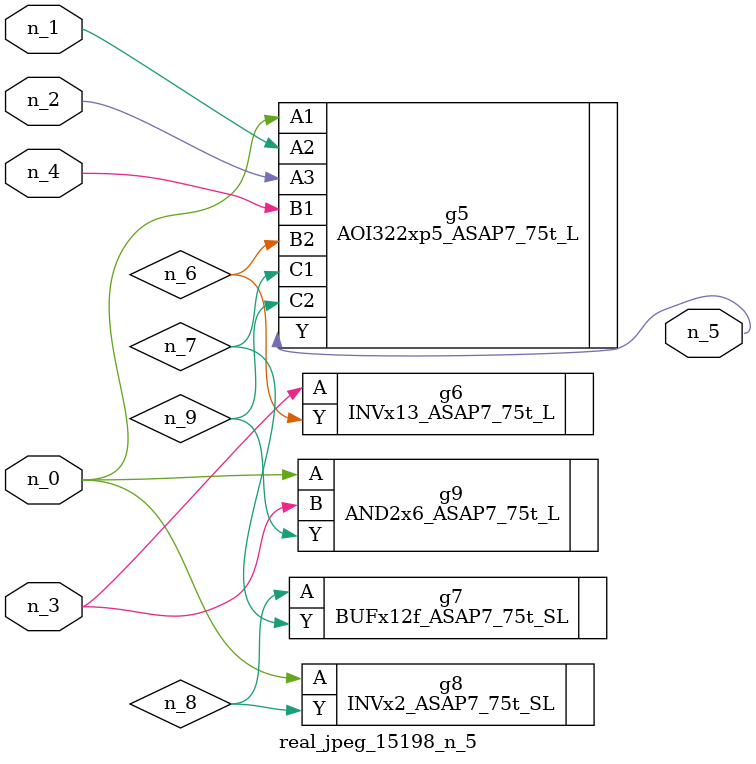
<source format=v>
module real_jpeg_15198_n_5 (n_4, n_0, n_1, n_2, n_3, n_5);

input n_4;
input n_0;
input n_1;
input n_2;
input n_3;

output n_5;

wire n_8;
wire n_6;
wire n_7;
wire n_9;

AOI322xp5_ASAP7_75t_L g5 ( 
.A1(n_0),
.A2(n_1),
.A3(n_2),
.B1(n_4),
.B2(n_6),
.C1(n_7),
.C2(n_9),
.Y(n_5)
);

INVx2_ASAP7_75t_SL g8 ( 
.A(n_0),
.Y(n_8)
);

AND2x6_ASAP7_75t_L g9 ( 
.A(n_0),
.B(n_3),
.Y(n_9)
);

INVx13_ASAP7_75t_L g6 ( 
.A(n_3),
.Y(n_6)
);

BUFx12f_ASAP7_75t_SL g7 ( 
.A(n_8),
.Y(n_7)
);


endmodule
</source>
